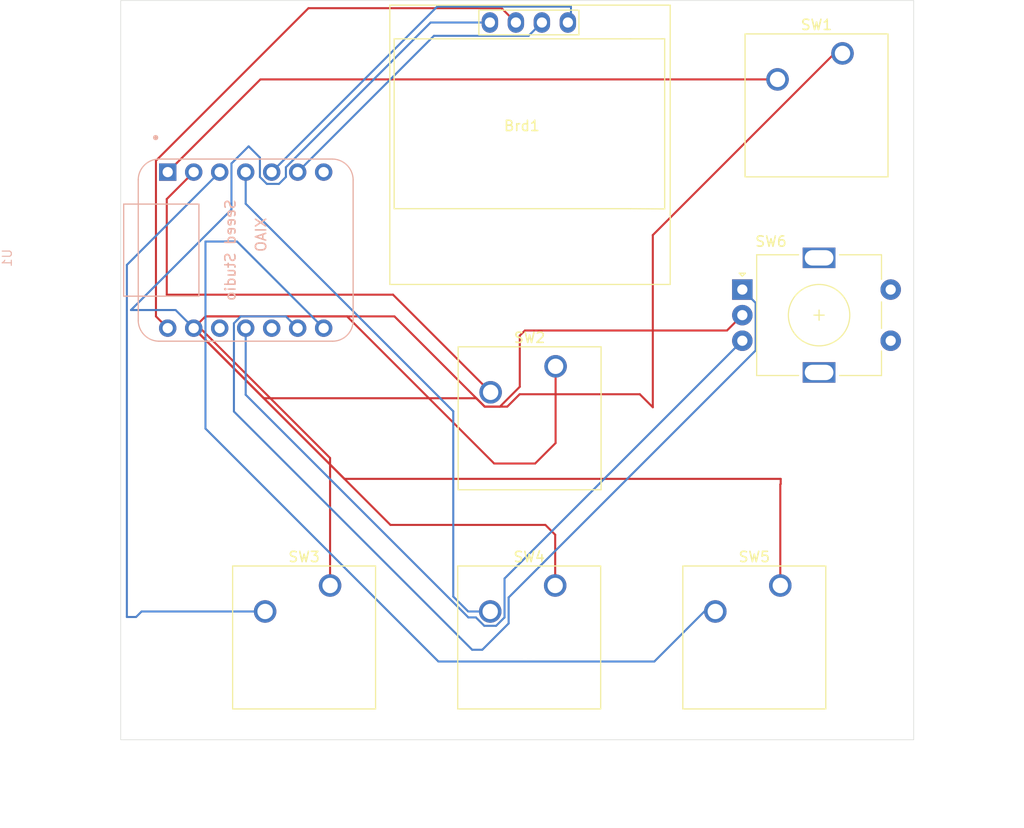
<source format=kicad_pcb>
(kicad_pcb (version 20240108) (generator "pcbnew") (generator_version "8.0")
  (layers (0 "F.Cu" signal) (31 "B.Cu" signal) (34 "B.Paste" user) (35 "F.Paste" user) (36 "B.SilkS" user "B.Silkscreen") (37 "F.SilkS" user "F.Silkscreen") (38 "B.Mask" user) (39 "F.Mask" user) (44 "Edge.Cuts" user))
  (net 0 "")
  (net 1 "VCC")
  (net 2 "SCL")
  (net 3 "SDA")
  (net 4 "GND")
  (net 5 "1")
  (net 6 "2")
  (net 7 "3")
  (net 8 "4")
  (net 9 "5")
  (net 10 "A")
  (net 11 "B")
  (footprint "Button_Switch_Keyboard:SW_Cherry_MX_1.00u_PCB" (layer "F.Cu") (at 83.04 20.42)
    (property "Reference" "SW1" (at -2.54 -2.794 0) (layer "F.SilkS"))
    (property "Value" "SW_Push")
    (fp_line (start -9.525 -1.905) (end 4.445 -1.905) (stroke (width 0.12)) (layer "F.SilkS"))
    (fp_line (start -9.525 12.065) (end -9.525 -1.905) (stroke (width 0.12)) (layer "F.SilkS"))
    (fp_line (start 4.445 -1.905) (end 4.445 12.065) (stroke (width 0.12)) (layer "F.SilkS"))
    (fp_line (start 4.445 12.065) (end -9.525 12.065) (stroke (width 0.12)) (layer "F.SilkS"))
    (pad "" np_thru_hole circle (at -7.62 5.08) (size 1.7 1.7) (drill 1.7) (layers "*.Cu" "*.Mask"))
    (pad "" np_thru_hole circle (at -2.54 5.08) (size 4 4) (drill 4) (layers "*.Cu" "*.Mask"))
    (pad "" np_thru_hole circle (at 2.54 5.08) (size 1.7 1.7) (drill 1.7) (layers "*.Cu" "*.Mask"))
    (pad "1" thru_hole circle (at 0 0) (size 2.2 2.2) (drill 1.5) (layers "*.Cu" "*.Mask") (net 4 "GND"))
    (pad "2" thru_hole circle (at -6.35 2.54) (size 2.2 2.2) (drill 1.5) (layers "*.Cu" "*.Mask") (net 5 "1"))
  )
  (footprint "Button_Switch_Keyboard:SW_Cherry_MX_1.00u_PCB" (layer "F.Cu") (at 55 51)
    (property "Reference" "SW2" (at -2.54 -2.794 0) (layer "F.SilkS"))
    (property "Value" "SW_Push")
    (fp_line (start -9.525 -1.905) (end 4.445 -1.905) (stroke (width 0.12)) (layer "F.SilkS"))
    (fp_line (start -9.525 12.065) (end -9.525 -1.905) (stroke (width 0.12)) (layer "F.SilkS"))
    (fp_line (start 4.445 -1.905) (end 4.445 12.065) (stroke (width 0.12)) (layer "F.SilkS"))
    (fp_line (start 4.445 12.065) (end -9.525 12.065) (stroke (width 0.12)) (layer "F.SilkS"))
    (pad "" np_thru_hole circle (at -7.62 5.08) (size 1.7 1.7) (drill 1.7) (layers "*.Cu" "*.Mask"))
    (pad "" np_thru_hole circle (at -2.54 5.08) (size 4 4) (drill 4) (layers "*.Cu" "*.Mask"))
    (pad "" np_thru_hole circle (at 2.54 5.08) (size 1.7 1.7) (drill 1.7) (layers "*.Cu" "*.Mask"))
    (pad "1" thru_hole circle (at 0 0) (size 2.2 2.2) (drill 1.5) (layers "*.Cu" "*.Mask") (net 4 "GND"))
    (pad "2" thru_hole circle (at -6.35 2.54) (size 2.2 2.2) (drill 1.5) (layers "*.Cu" "*.Mask") (net 6 "2"))
  )
  (footprint "Button_Switch_Keyboard:SW_Cherry_MX_1.00u_PCB" (layer "F.Cu") (at 54.96 72.42)
    (property "Reference" "SW4" (at -2.54 -2.794 0) (layer "F.SilkS"))
    (property "Value" "SW_Push")
    (fp_line (start -9.525 -1.905) (end 4.445 -1.905) (stroke (width 0.12)) (layer "F.SilkS"))
    (fp_line (start -9.525 12.065) (end -9.525 -1.905) (stroke (width 0.12)) (layer "F.SilkS"))
    (fp_line (start 4.445 -1.905) (end 4.445 12.065) (stroke (width 0.12)) (layer "F.SilkS"))
    (fp_line (start 4.445 12.065) (end -9.525 12.065) (stroke (width 0.12)) (layer "F.SilkS"))
    (pad "" np_thru_hole circle (at -7.62 5.08) (size 1.7 1.7) (drill 1.7) (layers "*.Cu" "*.Mask"))
    (pad "" np_thru_hole circle (at -2.54 5.08) (size 4 4) (drill 4) (layers "*.Cu" "*.Mask"))
    (pad "" np_thru_hole circle (at 2.54 5.08) (size 1.7 1.7) (drill 1.7) (layers "*.Cu" "*.Mask"))
    (pad "1" thru_hole circle (at 0 0) (size 2.2 2.2) (drill 1.5) (layers "*.Cu" "*.Mask") (net 4 "GND"))
    (pad "2" thru_hole circle (at -6.35 2.54) (size 2.2 2.2) (drill 1.5) (layers "*.Cu" "*.Mask") (net 8 "4"))
  )
  (footprint "SSD1306:128x64OLED" (layer "F.Cu") (at 52.2 28)
    (property "Reference" "Brd1" (at -0.5 -0.5 0) (layer "F.SilkS"))
    (property "Value" "SSD1306")
    (fp_line (start -13.4 -12.3) (end 14 -12.3) (stroke (width 0.12)) (layer "F.SilkS"))
    (fp_line (start -13.4 15) (end -13.4 -12.3) (stroke (width 0.12)) (layer "F.SilkS"))
    (fp_line (start -12.978 -9.005) (end 10.122 -9.005) (stroke (width 0.12)) (layer "F.SilkS"))
    (fp_line (start -12.978 7.595) (end -12.978 -9.005) (stroke (width 0.12)) (layer "F.SilkS"))
    (fp_line (start -4.699 -11.811) (end -4.699 -9.398) (stroke (width 0.12)) (layer "F.SilkS"))
    (fp_line (start -4.699 -11.811) (end 5.08 -11.811) (stroke (width 0.12)) (layer "F.SilkS"))
    (fp_line (start 5.08 -11.811) (end 5.08 -9.398) (stroke (width 0.12)) (layer "F.SilkS"))
    (fp_line (start 5.08 -9.398) (end -4.699 -9.398) (stroke (width 0.12)) (layer "F.SilkS"))
    (fp_line (start 10.122 -9.005) (end 13.208 -9.005) (stroke (width 0.12)) (layer "F.SilkS"))
    (fp_line (start 10.122 7.595) (end -12.978 7.595) (stroke (width 0.12)) (layer "F.SilkS"))
    (fp_line (start 10.122 7.595) (end 13.462 7.62) (stroke (width 0.12)) (layer "F.SilkS"))
    (fp_line (start 13.462 -9.017) (end 13.208 -9.005) (stroke (width 0.12)) (layer "F.SilkS"))
    (fp_line (start 13.462 7.62) (end 13.462 -9.017) (stroke (width 0.12)) (layer "F.SilkS"))
    (fp_line (start 14 -12.3) (end 14 15) (stroke (width 0.12)) (layer "F.SilkS"))
    (fp_line (start 14 15) (end -13.4 15) (stroke (width 0.12)) (layer "F.SilkS"))
    (pad "1" thru_hole oval (at -3.62 -10.6 90) (size 2 1.6) (drill 1) (layers "*.Cu" "*.Mask") (net 4 "GND"))
    (pad "2" thru_hole oval (at -1.08 -10.6 90) (size 2 1.6) (drill 1) (layers "*.Cu" "*.Mask") (net 1 "VCC"))
    (pad "3" thru_hole oval (at 1.46 -10.6 90) (size 2 1.6) (drill 1) (layers "*.Cu" "*.Mask") (net 2 "SCL"))
    (pad "4" thru_hole oval (at 4 -10.6 90) (size 2 1.6) (drill 1) (layers "*.Cu" "*.Mask") (net 3 "SDA"))
  )
  (footprint "Rotary_Encoder:RotaryEncoder_Alps_EC11E-Switch_Vertical_H20mm" (layer "F.Cu") (at 73.25 43.5)
    (property "Reference" "SW6" (at 2.8 -4.7 0) (layer "F.SilkS"))
    (property "Value" "RotaryEncoder")
    (fp_line (start -0.3 -1.6) (end 0.3 -1.6) (stroke (width 0.12)) (layer "F.SilkS"))
    (fp_line (start 0 -1.3) (end -0.3 -1.6) (stroke (width 0.12)) (layer "F.SilkS"))
    (fp_line (start 0.3 -1.6) (end 0 -1.3) (stroke (width 0.12)) (layer "F.SilkS"))
    (fp_line (start 1.4 -3.4) (end 1.4 8.4) (stroke (width 0.12)) (layer "F.SilkS"))
    (fp_line (start 5.5 -3.4) (end 1.4 -3.4) (stroke (width 0.12)) (layer "F.SilkS"))
    (fp_line (start 5.5 8.4) (end 1.4 8.4) (stroke (width 0.12)) (layer "F.SilkS"))
    (fp_line (start 7 2.5) (end 8 2.5) (stroke (width 0.12)) (layer "F.SilkS"))
    (fp_line (start 7.5 2) (end 7.5 3) (stroke (width 0.12)) (layer "F.SilkS"))
    (fp_line (start 9.5 -3.4) (end 13.6 -3.4) (stroke (width 0.12)) (layer "F.SilkS"))
    (fp_line (start 13.6 -3.4) (end 13.6 -1) (stroke (width 0.12)) (layer "F.SilkS"))
    (fp_line (start 13.6 1.2) (end 13.6 3.8) (stroke (width 0.12)) (layer "F.SilkS"))
    (fp_line (start 13.6 6) (end 13.6 8.4) (stroke (width 0.12)) (layer "F.SilkS"))
    (fp_line (start 13.6 8.4) (end 9.5 8.4) (stroke (width 0.12)) (layer "F.SilkS"))
    (fp_circle (center 7.5 2.5) (end 10.5 2.5) (stroke (width 0.12)) (fill none) (layer "F.SilkS"))
    (pad "A" thru_hole rect (at 0 0) (size 2 2) (drill 1) (layers "*.Cu" "*.Mask") (net 10 "A"))
    (pad "B" thru_hole circle (at 0 5) (size 2 2) (drill 1) (layers "*.Cu" "*.Mask") (net 11 "B"))
    (pad "C" thru_hole circle (at 0 2.5) (size 2 2) (drill 1) (layers "*.Cu" "*.Mask") (net 4 "GND"))
    (pad "MP" thru_hole rect (at 7.5 -3.1) (size 3.2 2) (drill oval 2.8 1.5) (layers "*.Cu" "*.Mask"))
    (pad "MP" thru_hole rect (at 7.5 8.1) (size 3.2 2) (drill oval 2.8 1.5) (layers "*.Cu" "*.Mask"))
    (pad "S1" thru_hole circle (at 14.5 5) (size 2 2) (drill 1) (layers "*.Cu" "*.Mask"))
    (pad "S2" thru_hole circle (at 14.5 0) (size 2 2) (drill 1) (layers "*.Cu" "*.Mask"))
  )
  (footprint "Button_Switch_Keyboard:SW_Cherry_MX_1.00u_PCB" (layer "F.Cu") (at 76.96 72.42)
    (property "Reference" "SW5" (at -2.54 -2.794 0) (layer "F.SilkS"))
    (property "Value" "SW_Push")
    (fp_line (start -9.525 -1.905) (end 4.445 -1.905) (stroke (width 0.12)) (layer "F.SilkS"))
    (fp_line (start -9.525 12.065) (end -9.525 -1.905) (stroke (width 0.12)) (layer "F.SilkS"))
    (fp_line (start 4.445 -1.905) (end 4.445 12.065) (stroke (width 0.12)) (layer "F.SilkS"))
    (fp_line (start 4.445 12.065) (end -9.525 12.065) (stroke (width 0.12)) (layer "F.SilkS"))
    (pad "" np_thru_hole circle (at -7.62 5.08) (size 1.7 1.7) (drill 1.7) (layers "*.Cu" "*.Mask"))
    (pad "" np_thru_hole circle (at -2.54 5.08) (size 4 4) (drill 4) (layers "*.Cu" "*.Mask"))
    (pad "" np_thru_hole circle (at 2.54 5.08) (size 1.7 1.7) (drill 1.7) (layers "*.Cu" "*.Mask"))
    (pad "1" thru_hole circle (at 0 0) (size 2.2 2.2) (drill 1.5) (layers "*.Cu" "*.Mask") (net 4 "GND"))
    (pad "2" thru_hole circle (at -6.35 2.54) (size 2.2 2.2) (drill 1.5) (layers "*.Cu" "*.Mask") (net 9 "5"))
  )
  (footprint "Button_Switch_Keyboard:SW_Cherry_MX_1.00u_PCB" (layer "F.Cu") (at 32.96 72.42)
    (property "Reference" "SW3" (at -2.54 -2.794 0) (layer "F.SilkS"))
    (property "Value" "SW_Push")
    (fp_line (start -9.525 -1.905) (end 4.445 -1.905) (stroke (width 0.12)) (layer "F.SilkS"))
    (fp_line (start -9.525 12.065) (end -9.525 -1.905) (stroke (width 0.12)) (layer "F.SilkS"))
    (fp_line (start 4.445 -1.905) (end 4.445 12.065) (stroke (width 0.12)) (layer "F.SilkS"))
    (fp_line (start 4.445 12.065) (end -9.525 12.065) (stroke (width 0.12)) (layer "F.SilkS"))
    (pad "" np_thru_hole circle (at -7.62 5.08) (size 1.7 1.7) (drill 1.7) (layers "*.Cu" "*.Mask"))
    (pad "" np_thru_hole circle (at -2.54 5.08) (size 4 4) (drill 4) (layers "*.Cu" "*.Mask"))
    (pad "" np_thru_hole circle (at 2.54 5.08) (size 1.7 1.7) (drill 1.7) (layers "*.Cu" "*.Mask"))
    (pad "1" thru_hole circle (at 0 0) (size 2.2 2.2) (drill 1.5) (layers "*.Cu" "*.Mask") (net 4 "GND"))
    (pad "2" thru_hole circle (at -6.35 2.54) (size 2.2 2.2) (drill 1.5) (layers "*.Cu" "*.Mask") (net 7 "3"))
  )
  (footprint "Seeed Studio XIAO Series Library:XIAO-Generic-Thruhole-14P-2.54-21X17.8MM" (layer "B.Cu") (at 24.712015 39.64525 -90)
    (property "Reference" "U1" (at 0.771 23.31253 90) (layer "B.SilkS") (effects (font (size 0.889 0.889) (thickness 0.1016)) (justify mirror)))
    (property "Value" "Seeed Studio XIAO SAMD21" (hide yes))
    (fp_line (start -4.5 11.92403) (end -4.5 4.57073) (stroke (width 0.127)) (layer "B.SilkS"))
    (fp_line (start 4.5 11.92403) (end -4.5 11.92403) (stroke (width 0.127)) (layer "B.SilkS"))
    (fp_line (start -6.9 10.49909) (end 6.9 10.49909) (stroke (width 0.127)) (layer "B.SilkS"))
    (fp_line (start 8.9 8.5) (end 8.9 -8.5) (stroke (width 0.127)) (layer "B.SilkS"))
    (fp_line (start -4.5 4.57073) (end 4.5 4.57073) (stroke (width 0.127)) (layer "B.SilkS"))
    (fp_line (start 4.5 4.57073) (end 4.5 11.92403) (stroke (width 0.127)) (layer "B.SilkS"))
    (fp_line (start -8.9 -8.5) (end -8.9 8.5) (stroke (width 0.127)) (layer "B.SilkS"))
    (fp_line (start 6.9 -10.5) (end -6.9 -10.5) (stroke (width 0.127)) (layer "B.SilkS"))
    (fp_arc (start -6.9 10.5) (mid -8.301491 9.901491) (end -8.9 8.5) (stroke (width 0.12)) (layer "B.SilkS"))
    (fp_arc (start 8.9 8.5) (mid 8.301492 9.901492) (end 6.9 10.5) (stroke (width 0.12)) (layer "B.SilkS"))
    (fp_arc (start -8.9 -8.5) (mid -8.301423 -9.901423) (end -6.9 -10.5) (stroke (width 0.12)) (layer "B.SilkS"))
    (fp_arc (start 6.9 -10.5) (mid 8.314214 -9.914214) (end 8.9 -8.5) (stroke (width 0.12)) (layer "B.SilkS"))
    (fp_circle (center -11 8.8) (end -11 9.054) (fill solid) (layer "B.SilkS"))
    (fp_poly (pts (xy -8.887715 8.561705) (xy -8.884667 8.610473) (xy -8.880603 8.659494)) (stroke (width 0.0254)) (fill none) (layer "B.SilkS"))
    (fp_poly (pts (xy 8.889492 -8.521574) (xy 8.887713 -8.57085) (xy 8.884665 -8.619618) (xy 8.880601 -8.668639) (xy 8.875268 -8.717407) (xy 8.868664 -8.766175) (xy 8.861044 -8.81469) (xy 8.852153 -8.86295) (xy 8.842248 -8.910955)) (stroke (width 0.0254)) (fill none) (layer "B.SilkS"))
    (fp_text user "Seeed Studio" (at 0 1.5 90) (layer "B.SilkS") (effects (justify mirror)))
    (fp_text user "XIAO" (at -1.5 -1.5 90) (layer "B.SilkS") (effects (justify mirror)))
    (pad "1" thru_hole rect (at -7.625 7.62 270) (size 1.7 1.7) (drill 1) (layers "*.Cu" "*.Mask") (net 5 "1"))
    (pad "2" thru_hole circle (at -7.625 5.08 270) (size 1.7 1.7) (drill 1) (layers "*.Cu" "*.Mask") (net 6 "2"))
    (pad "3" thru_hole circle (at -7.625 2.54 270) (size 1.7 1.7) (drill 1) (layers "*.Cu" "*.Mask") (net 7 "3"))
    (pad "4" thru_hole circle (at -7.625 0 270) (size 1.7 1.7) (drill 1) (layers "*.Cu" "*.Mask") (net 8 "4"))
    (pad "5" thru_hole circle (at -7.625 -2.54 270) (size 1.7 1.7) (drill 1) (layers "*.Cu" "*.Mask") (net 3 "SDA"))
    (pad "6" thru_hole circle (at -7.625 -5.08 90) (size 1.7 1.7) (drill 1) (layers "*.Cu" "*.Mask") (net 2 "SCL"))
    (pad "7" thru_hole circle (at -7.625 -7.62 270) (size 1.7 1.7) (drill 1) (layers "*.Cu" "*.Mask"))
    (pad "8" thru_hole circle (at 7.625 -7.62 270) (size 1.7 1.7) (drill 1) (layers "*.Cu" "*.Mask") (net 9 "5"))
    (pad "9" thru_hole circle (at 7.625 -5.08 270) (size 1.7 1.7) (drill 1) (layers "*.Cu" "*.Mask") (net 10 "A"))
    (pad "10" thru_hole circle (at 7.625 -2.54 270) (size 1.7 1.7) (drill 1) (layers "*.Cu" "*.Mask"))
    (pad "11" thru_hole circle (at 7.625 0 270) (size 1.7 1.7) (drill 1) (layers "*.Cu" "*.Mask") (net 11 "B"))
    (pad "12" thru_hole circle (at 7.625 2.54 270) (size 1.7 1.7) (drill 1) (layers "*.Cu" "*.Mask"))
    (pad "13" thru_hole circle (at 7.625 5.08 270) (size 1.7 1.7) (drill 1) (layers "*.Cu" "*.Mask") (net 4 "GND"))
    (pad "14" thru_hole circle (at 7.625 7.62 270) (size 1.7 1.7) (drill 1) (layers "*.Cu" "*.Mask") (net 1 "VCC"))
  )
  (gr_rect (start 12.5 15.25) (end 90 87.5) (stroke (width 0.05)) (fill none) (layer "Edge.Cuts"))
  (segment (start 30.85 16) (end 49.72 16) (width 0.2) (layer "F.Cu") (net 1))
  (segment (start 15.942015 30.907985) (end 30.85 16) (width 0.2) (layer "F.Cu") (net 1))
  (segment (start 17.092015 47.27025) (end 15.942015 46.12025) (width 0.2) (layer "F.Cu") (net 1))
  (segment (start 49.72 16) (end 51.12 17.4) (width 0.2) (layer "F.Cu") (net 1))
  (segment (start 15.942015 46.12025) (end 15.942015 30.907985) (width 0.2) (layer "F.Cu") (net 1))
  (segment (start 29.792015 32.02025) (end 43.112265 18.7) (width 0.2) (layer "B.Cu") (net 2))
  (segment (start 43.112265 18.7) (end 52.36 18.7) (width 0.2) (layer "B.Cu") (net 2))
  (segment (start 52.36 18.7) (end 53.66 17.4) (width 0.2) (layer "B.Cu") (net 2))
  (segment (start 56.5 15.85) (end 56.5 17.1) (width 0.2) (layer "B.Cu") (net 3))
  (segment (start 56.5 17.1) (end 56.2 17.4) (width 0.2) (layer "B.Cu") (net 3))
  (segment (start 27.252015 32.02025) (end 43.422265 15.85) (width 0.2) (layer "B.Cu") (net 3))
  (segment (start 43.422265 15.85) (end 56.5 15.85) (width 0.2) (layer "B.Cu") (net 3))
  (segment (start 38.861765 66.5) (end 54 66.5) (width 0.2) (layer "F.Cu") (net 4))
  (segment (start 82.256598 20.42) (end 83.04 20.42) (width 0.2) (layer "F.Cu") (net 4))
  (segment (start 19.632015 47.27025) (end 26.481664 54.119899) (width 0.2) (layer "F.Cu") (net 4))
  (segment (start 34.361765 62) (end 77 62) (width 0.2) (layer "F.Cu") (net 4))
  (segment (start 55 58.5) (end 55 51) (width 0.2) (layer "F.Cu") (net 4))
  (segment (start 32.96 59.96) (end 32.96 72.42) (width 0.2) (layer "F.Cu") (net 4))
  (segment (start 50.276598 54.94) (end 51.486598 53.73) (width 0.2) (layer "F.Cu") (net 4))
  (segment (start 19.632015 47.27025) (end 38.861765 66.5) (width 0.2) (layer "F.Cu") (net 4))
  (segment (start 76.96 62.54) (end 76.96 72.42) (width 0.2) (layer "F.Cu") (net 4))
  (segment (start 51.486598 53.73) (end 63.23 53.73) (width 0.2) (layer "F.Cu") (net 4))
  (segment (start 64.5 55) (end 64.5 38.176598) (width 0.2) (layer "F.Cu") (net 4))
  (segment (start 64.5 38.176598) (end 82.256598 20.42) (width 0.2) (layer "F.Cu") (net 4))
  (segment (start 54.96 67.46) (end 54.96 72.42) (width 0.2) (layer "F.Cu") (net 4))
  (segment (start 51.5 53) (end 51.5 48) (width 0.2) (layer "F.Cu") (net 4))
  (segment (start 39.250351 46.12025) (end 48.070101 54.94) (width 0.2) (layer "F.Cu") (net 4))
  (segment (start 51.5 48) (end 52 47.5) (width 0.2) (layer "F.Cu") (net 4))
  (segment (start 19.632015 47.27025) (end 20.782015 46.12025) (width 0.2) (layer "F.Cu") (net 4))
  (segment (start 52 47.5) (end 71.75 47.5) (width 0.2) (layer "F.Cu") (net 4))
  (segment (start 20.27025 47.27025) (end 32.96 59.96) (width 0.2) (layer "F.Cu") (net 4))
  (segment (start 19.632015 47.27025) (end 34.361765 62) (width 0.2) (layer "F.Cu") (net 4))
  (segment (start 19.632015 47.27025) (end 20.27025 47.27025) (width 0.2) (layer "F.Cu") (net 4))
  (segment (start 26.481664 54.119899) (end 47.25 54.119899) (width 0.2) (layer "F.Cu") (net 4))
  (segment (start 49.56 54.94) (end 51.5 53) (width 0.2) (layer "F.Cu") (net 4))
  (segment (start 54 66.5) (end 54.96 67.46) (width 0.2) (layer "F.Cu") (net 4))
  (segment (start 20.782015 46.12025) (end 34.62025 46.12025) (width 0.2) (layer "F.Cu") (net 4))
  (segment (start 47.25 54.119899) (end 48.070101 54.94) (width 0.2) (layer "F.Cu") (net 4))
  (segment (start 49 60.5) (end 53 60.5) (width 0.2) (layer "F.Cu") (net 4))
  (segment (start 63.23 53.73) (end 64.5 55) (width 0.2) (layer "F.Cu") (net 4))
  (segment (start 48.070101 54.94) (end 49.56 54.94) (width 0.2) (layer "F.Cu") (net 4))
  (segment (start 71.75 47.5) (end 73.25 46) (width 0.2) (layer "F.Cu") (net 4))
  (segment (start 77 62) (end 77 62.5) (width 0.2) (layer "F.Cu") (net 4))
  (segment (start 34.62025 46.12025) (end 49 60.5) (width 0.2) (layer "F.Cu") (net 4))
  (segment (start 53 60.5) (end 55 58.5) (width 0.2) (layer "F.Cu") (net 4))
  (segment (start 77 62.5) (end 76.96 62.54) (width 0.2) (layer "F.Cu") (net 4))
  (segment (start 48.070101 54.94) (end 50.276598 54.94) (width 0.2) (layer "F.Cu") (net 4))
  (segment (start 20.782015 46.12025) (end 39.250351 46.12025) (width 0.2) (layer "F.Cu") (net 4))
  (segment (start 23.322015 35.677985) (end 23.322015 31.177985) (width 0.2) (layer "B.Cu") (net 4))
  (segment (start 26.102015 30.602015) (end 26.102015 32.496596) (width 0.2) (layer "B.Cu") (net 4))
  (segment (start 26.102015 32.496596) (end 26.775669 33.17025) (width 0.2) (layer "B.Cu") (net 4))
  (segment (start 42.785919 17.4) (end 48.58 17.4) (width 0.2) (layer "B.Cu") (net 4))
  (segment (start 28.642015 32.496596) (end 28.642015 31.543904) (width 0.2) (layer "B.Cu") (net 4))
  (segment (start 28.642015 31.543904) (end 42.785919 17.4) (width 0.2) (layer "B.Cu") (net 4))
  (segment (start 19.632015 47.27025) (end 17.861765 45.5) (width 0.2) (layer "B.Cu") (net 4))
  (segment (start 23.322015 31.177985) (end 25 29.5) (width 0.2) (layer "B.Cu") (net 4))
  (segment (start 27.968361 33.17025) (end 28.642015 32.496596) (width 0.2) (layer "B.Cu") (net 4))
  (segment (start 25 29.5) (end 26.102015 30.602015) (width 0.2) (layer "B.Cu") (net 4))
  (segment (start 13.5 45.5) (end 23.322015 35.677985) (width 0.2) (layer "B.Cu") (net 4))
  (segment (start 17.861765 45.5) (end 13.5 45.5) (width 0.2) (layer "B.Cu") (net 4))
  (segment (start 26.775669 33.17025) (end 27.968361 33.17025) (width 0.2) (layer "B.Cu") (net 4))
  (segment (start 17.092015 32.02025) (end 26.152265 22.96) (width 0.2) (layer "F.Cu") (net 5))
  (segment (start 26.152265 22.96) (end 76.69 22.96) (width 0.2) (layer "F.Cu") (net 5))
  (segment (start 17 44) (end 39.11 44) (width 0.2) (layer "F.Cu") (net 6))
  (segment (start 39.11 44) (end 48.65 53.54) (width 0.2) (layer "F.Cu") (net 6))
  (segment (start 19.632015 32.02025) (end 17 34.652265) (width 0.2) (layer "F.Cu") (net 6))
  (segment (start 17 34.652265) (end 17 44) (width 0.2) (layer "F.Cu") (net 6))
  (segment (start 14 75.5) (end 14.54 74.96) (width 0.2) (layer "B.Cu") (net 7))
  (segment (start 13.1 75.5) (end 14 75.5) (width 0.2) (layer "B.Cu") (net 7))
  (segment (start 22.172015 32.02025) (end 13.1 41.092265) (width 0.2) (layer "B.Cu") (net 7))
  (segment (start 14.54 74.96) (end 26.61 74.96) (width 0.2) (layer "B.Cu") (net 7))
  (segment (start 13.1 41.092265) (end 13.1 75.5) (width 0.2) (layer "B.Cu") (net 7))
  (segment (start 24.712015 32.02025) (end 24.712015 35.109071) (width 0.2) (layer "B.Cu") (net 8))
  (segment (start 45 73.5) (end 46.46 74.96) (width 0.2) (layer "B.Cu") (net 8))
  (segment (start 24.712015 35.109071) (end 45 55.397056) (width 0.2) (layer "B.Cu") (net 8))
  (segment (start 45 55.397056) (end 45 73.5) (width 0.2) (layer "B.Cu") (net 8))
  (segment (start 46.46 74.96) (end 48.61 74.96) (width 0.2) (layer "B.Cu") (net 8))
  (segment (start 23.866522 38.804757) (end 20.782015 38.804757) (width 0.2) (layer "B.Cu") (net 9))
  (segment (start 20.782015 57.082015) (end 43.55 79.85) (width 0.2) (layer "B.Cu") (net 9))
  (segment (start 64.65 79.85) (end 69.54 74.96) (width 0.2) (layer "B.Cu") (net 9))
  (segment (start 43.55 79.85) (end 64.65 79.85) (width 0.2) (layer "B.Cu") (net 9))
  (segment (start 32.332015 47.27025) (end 23.866522 38.804757) (width 0.2) (layer "B.Cu") (net 9))
  (segment (start 20.782015 38.804757) (end 20.782015 57.082015) (width 0.2) (layer "B.Cu") (net 9))
  (segment (start 69.54 74.96) (end 70.61 74.96) (width 0.2) (layer "B.Cu") (net 9))
  (segment (start 50.41 76.127056) (end 50.41 73.59) (width 0.2) (layer "B.Cu") (net 10))
  (segment (start 23.562015 55.419071) (end 46.842944 78.7) (width 0.2) (layer "B.Cu") (net 10))
  (segment (start 74.55 49.45) (end 74.55 44.8) (width 0.2) (layer "B.Cu") (net 10))
  (segment (start 23.562015 46.793904) (end 23.562015 55.419071) (width 0.2) (layer "B.Cu") (net 10))
  (segment (start 29.792015 47.27025) (end 28.642015 46.12025) (width 0.2) (layer "B.Cu") (net 10))
  (segment (start 47.837056 78.7) (end 50.41 76.127056) (width 0.2) (layer "B.Cu") (net 10))
  (segment (start 50.41 73.59) (end 74.55 49.45) (width 0.2) (layer "B.Cu") (net 10))
  (segment (start 28.642015 46.12025) (end 24.235669 46.12025) (width 0.2) (layer "B.Cu") (net 10))
  (segment (start 46.842944 78.7) (end 47.837056 78.7) (width 0.2) (layer "B.Cu") (net 10))
  (segment (start 24.235669 46.12025) (end 23.562015 46.793904) (width 0.2) (layer "B.Cu") (net 10))
  (segment (start 74.55 44.8) (end 73.25 43.5) (width 0.2) (layer "B.Cu") (net 10))
  (segment (start 24.712015 47.27025) (end 24.712015 53.777701) (width 0.2) (layer "B.Cu") (net 11))
  (segment (start 49.189899 76.36) (end 50.01 75.539899) (width 0.2) (layer "B.Cu") (net 11))
  (segment (start 24.712015 53.777701) (end 46.474213 75.539899) (width 0.2) (layer "B.Cu") (net 11))
  (segment (start 50.01 71.74) (end 73.25 48.5) (width 0.2) (layer "B.Cu") (net 11))
  (segment (start 48.030101 76.36) (end 49.189899 76.36) (width 0.2) (layer "B.Cu") (net 11))
  (segment (start 50.01 75.539899) (end 50.01 71.74) (width 0.2) (layer "B.Cu") (net 11))
  (segment (start 46.474213 75.539899) (end 47.21 75.539899) (width 0.2) (layer "B.Cu") (net 11))
  (segment (start 47.21 75.539899) (end 48.030101 76.36) (width 0.2) (layer "B.Cu") (net 11))
)
</source>
